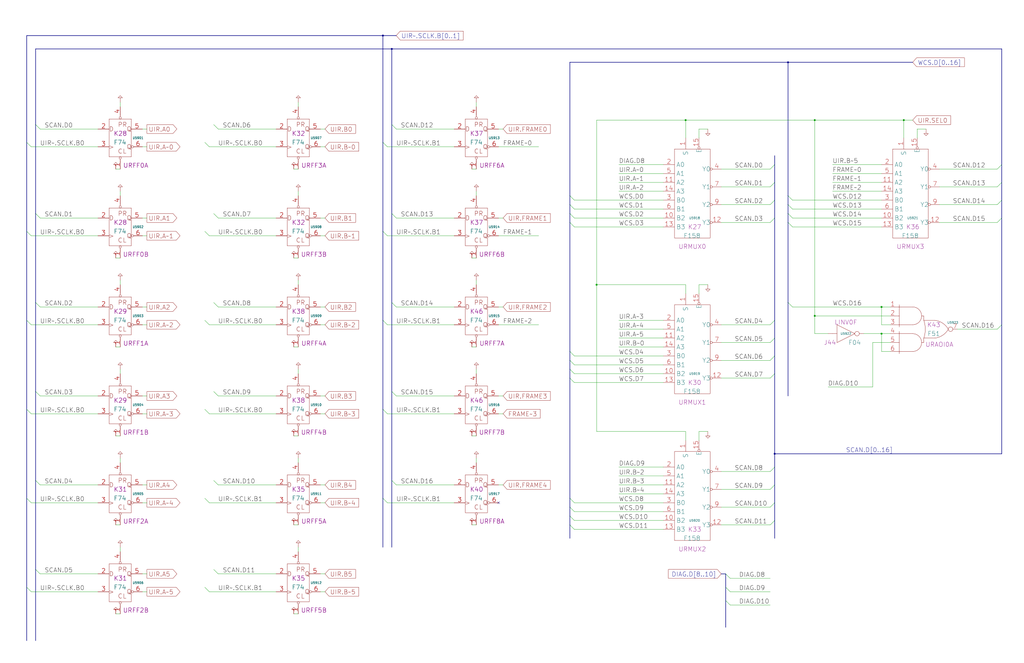
<source format=kicad_sch>
(kicad_sch (version 20211123) (generator eeschema)
  (paper "User" 584.2 378.46)
  (title_block (title "WRITABLE CONTROL STORE\\nMICRO INSTRUCTION REGISTER") (date "22-MAR-90") (rev "1.0") (comment 1 "VALUE") (comment 2 "232-003063") (comment 3 "S400") (comment 4 "RELEASED"))
  (lib_symbols
    (symbol "r1000:F04" (pin_numbers hide) (pin_names hide)
      (property "Reference" "U" (at 0 0 0))
      (property "Value" "F04" (at 1.27 -5.08 0))
      (property "Location" "___" (at -12.7 -5.08 0))
      (property "Name" "______" (at 0 5.08 0))
      (symbol "F04_0_1"
        (polyline (pts (xy -7.62 0) (xy -5.08 0)) (stroke (width 0.1524)))
        (polyline (pts (xy -5.08 5.08) (xy -5.08 -5.08)) (stroke (width 0.1524)))
        (polyline (pts (xy 5.08 0) (xy -5.08 -5.08)) (stroke (width 0.1524)))
        (polyline (pts (xy 5.08 0) (xy -5.08 5.08)) (stroke (width 0.1524)))
        (circle (center 6.35 0) (radius 1.27) (stroke (width 0.1524)))
      )
      (symbol "F04_1_1"
        (pin input line (at -10.16 0 0) (length 2.54) (name "D") (number "1"))
        (pin output line (at 10.16 0 180) (length 2.54) (name "Q") (number "2"))
      )
    )
    (symbol "r1000:F158" (pin_names (offset 1.016))
      (property "Reference" "U" (at 2.54 5.08 0))
      (property "Value" "F158" (at -3.81 -5.08 0))
      (property "Location" "___" (at -1.27 0 0))
      (property "Name" "______" (at 1.27 -12.7 0))
      (symbol "F158_1_1"
        (rectangle (start -8.89 44.45) (end 11.43 -6.35))
        (circle (center 5.08 45.085) (radius 0.635))
        (circle (center 12.065 2.54) (radius 0.635))
        (circle (center 12.065 12.7) (radius 0.635))
        (circle (center 12.065 22.86) (radius 0.635))
        (circle (center 12.065 33.02) (radius 0.635))
        (pin input line (at -2.54 50.8 270) (length 6.35) (name "S") (number "1"))
        (pin input line (at -15.24 5.08 0) (length 6.35) (name "B2") (number "10"))
        (pin input line (at -15.24 25.4 0) (length 6.35) (name "A2") (number "11"))
        (pin output line (at 17.78 2.54 180) (length 5.08) (name "Y3") (number "12"))
        (pin input line (at -15.24 0 0) (length 6.35) (name "B3") (number "13"))
        (pin input line (at -15.24 20.32 0) (length 6.35) (name "A3") (number "14"))
        (pin input line (at 5.08 50.8 270) (length 5.08) (name "E") (number "15"))
        (pin input line (at -15.24 35.56 0) (length 6.35) (name "A0") (number "2"))
        (pin input line (at -15.24 15.24 0) (length 6.35) (name "B0") (number "3"))
        (pin output line (at 17.78 33.02 180) (length 5.08) (name "Y0") (number "4"))
        (pin input line (at -15.24 30.48 0) (length 6.35) (name "A1") (number "5"))
        (pin input line (at -15.24 10.16 0) (length 6.35) (name "B1") (number "6"))
        (pin output line (at 17.78 22.86 180) (length 5.08) (name "Y1") (number "7"))
        (pin output line (at 17.78 12.7 180) (length 5.08) (name "Y2") (number "9"))
      )
    )
    (symbol "r1000:F51" (pin_names hide)
      (property "Reference" "U" (at 12.7 1.27 0))
      (property "Value" "F51" (at 1.905 -5.08 0))
      (property "Location" "___" (at 1.905 0 0))
      (property "Name" "______" (at 5.08 -12.7 0))
      (symbol "F51_0_0"
        (arc (start -10.16 -15.24) (mid -6.5679 -13.7521) (end -5.08 -10.16) (stroke (width 0.1524)))
        (arc (start -10.16 0) (mid -6.5679 1.4879) (end -5.08 5.08) (stroke (width 0.1524)))
        (arc (start -5.08 -10.16) (mid -6.5679 -6.5679) (end -10.16 -5.08) (stroke (width 0.1524)))
        (arc (start -5.08 5.08) (mid -6.5679 8.6721) (end -10.16 10.16) (stroke (width 0.1524)))
        (arc (start -3.8173 -7.62) (mid -2.9926 -2.54) (end -3.8173 2.54) (stroke (width 0.1524)))
        (polyline (pts (xy -20.32 -15.24) (xy -17.78 -15.24)) (stroke (width 0.1524)))
        (polyline (pts (xy -20.32 -10.16) (xy -17.78 -10.16)) (stroke (width 0.1524)))
        (polyline (pts (xy -20.32 -5.08) (xy -17.78 -5.08)) (stroke (width 0.1524)))
        (polyline (pts (xy -20.32 0) (xy -17.78 0)) (stroke (width 0.1524)))
        (polyline (pts (xy -20.32 5.08) (xy -17.78 5.08)) (stroke (width 0.1524)))
        (polyline (pts (xy -20.32 10.16) (xy -17.78 10.16)) (stroke (width 0.1524)))
        (polyline (pts (xy -17.78 -3.81) (xy -17.78 -16.51)) (stroke (width 0.1524)))
        (polyline (pts (xy -17.78 11.43) (xy -17.78 -1.27)) (stroke (width 0.1524)))
        (polyline (pts (xy -10.16 -15.24) (xy -17.78 -15.24)) (stroke (width 0.1524)))
        (polyline (pts (xy -10.16 -5.08) (xy -17.78 -5.08)) (stroke (width 0.1524)))
        (polyline (pts (xy -10.16 0) (xy -17.78 0)) (stroke (width 0.1524)))
        (polyline (pts (xy -10.16 10.16) (xy -17.78 10.16)) (stroke (width 0.1524)))
        (polyline (pts (xy -3.81 -7.62) (xy 2.54 -7.62)) (stroke (width 0.1524)))
        (polyline (pts (xy -3.81 2.54) (xy 2.54 2.54)) (stroke (width 0.1524)))
        (polyline (pts (xy -5.08 -10.16) (xy -3.81 -10.16) (xy -3.81 -7.62)) (stroke (width 0.1524)))
        (polyline (pts (xy -5.08 5.08) (xy -3.81 5.08) (xy -3.81 2.54)) (stroke (width 0.1524)))
        (arc (start 2.54 -7.62) (mid 6.9504 -5.9805) (end 10.16 -2.54) (stroke (width 0.1524)))
        (arc (start 10.16 -2.54) (mid 6.9516 0.9024) (end 2.54 2.54) (stroke (width 0.1524)))
        (circle (center 11.43 -2.54) (radius 1.27) (stroke (width 0.1524)))
      )
      (symbol "F51_1_1"
        (pin input line (at -22.86 10.16 0) (length 2.54) (name "A1") (number "1"))
        (pin input line (at -22.86 5.08 0) (length 2.54) (name "A2") (number "2"))
        (pin input line (at -22.86 0 0) (length 2.54) (name "A3") (number "3"))
        (pin input line (at -22.86 -5.08 0) (length 2.54) (name "B1") (number "4"))
        (pin input line (at -22.86 -10.16 0) (length 2.54) (name "B2") (number "5"))
        (pin input line (at -22.86 -15.24 0) (length 2.54) (name "B3") (number "6"))
        (pin output line (at 15.24 -2.54 180) (length 2.54) (name "Q") (number "7"))
      )
    )
    (symbol "r1000:F74" (pin_names (offset 1.016) hide)
      (property "Reference" "U" (at 12.7 -2.54 0))
      (property "Value" "F74" (at -1.27 -5.08 0))
      (property "Location" "___" (at -1.27 0 0))
      (property "Name" "______" (at 11.43 -19.685 0))
      (symbol "F74_0_1"
        (rectangle (start -3.81 8.255) (end 8.89 -13.335) (stroke (width 0.1524)))
        (polyline (pts (xy 2.54 -15.24) (xy 2.54 -14.605)) (stroke (width 0.1524)))
        (polyline (pts (xy 2.54 10.16) (xy 2.54 9.525)) (stroke (width 0.1524)))
      )
      (symbol "F74_1_1"
        (circle (center 2.54 -13.97) (radius 0.635))
        (circle (center 2.54 8.89) (radius 0.635))
        (circle (center 9.525 -7.62) (radius 0.635))
        (text ">" (at -2.54 -7.62 0) (effects (font (size 2.54 2.54))))
        (text "C" (at 2.54 -10.16 0) (effects (font (size 2.54 2.54))))
        (text "D" (at -2.54 2.54 0) (effects (font (size 2.54 2.54))))
        (text "L" (at 5.08 -10.16 0) (effects (font (size 2.54 2.54))))
        (text "P" (at 2.54 5.08 0) (effects (font (size 2.54 2.54))))
        (text "Q" (at 7.62 -7.62 0) (effects (font (size 2.54 2.54))))
        (text "Q" (at 7.62 2.54 0) (effects (font (size 2.54 2.54))))
        (text "R" (at 5.08 5.08 0) (effects (font (size 2.54 2.54))))
        (pin input line (at 2.54 -20.32 90) (length 5.08) (name "CL_") (number "1"))
        (pin input line (at -10.16 2.54 0) (length 6.35) (name "D") (number "2"))
        (pin input line (at -10.16 -7.62 0) (length 6.35) (name "CLK") (number "3"))
        (pin input line (at 2.54 15.24 270) (length 5.08) (name "PR_") (number "4"))
        (pin output line (at 15.24 2.54 180) (length 6.35) (name "Q") (number "5"))
        (pin output line (at 15.24 -7.62 180) (length 5.08) (name "Q_") (number "6"))
      )
    )
    (symbol "r1000:PD" (power) (pin_numbers hide) (pin_names hide) (in_bom no)
      (symbol "PD_0_1"
        (polyline (pts (xy 0 -2.54) (xy 1.27 -2.54) (xy 0 -3.81) (xy -1.27 -2.54) (xy 0 -2.54)) (stroke (width 0.1524)))
      )
      (symbol "PD_1_1"
        (pin power_in line (at 0 0 270) (length 2.54) (name "PD") (number "1"))
      )
    )
    (symbol "r1000:PU" (power) (pin_numbers hide) (pin_names hide)
      (symbol "PU_0_1"
        (polyline (pts (xy 0 2.54) (xy -1.27 2.54) (xy 0 3.81) (xy 1.27 2.54) (xy 0 2.54)) (stroke (width 0.1524)))
      )
      (symbol "PU_1_1"
        (pin power_in line (at 0 0 90) (length 2.54) (name "PU") (number "1"))
      )
    )
  )
  (bus (pts (xy 15.24 132.08) (xy 15.24 182.88)))
  (bus (pts (xy 15.24 182.88) (xy 15.24 233.68)))
  (bus (pts (xy 15.24 20.32) (xy 15.24 81.28)))
  (bus (pts (xy 15.24 20.32) (xy 218.44 20.32)))
  (bus (pts (xy 15.24 233.68) (xy 15.24 284.48)))
  (bus (pts (xy 15.24 284.48) (xy 15.24 335.28)))
  (bus (pts (xy 15.24 335.28) (xy 15.24 365.76)))
  (bus (pts (xy 15.24 81.28) (xy 15.24 132.08)))
  (bus (pts (xy 20.32 121.92) (xy 20.32 172.72)))
  (bus (pts (xy 20.32 172.72) (xy 20.32 223.52)))
  (bus (pts (xy 20.32 223.52) (xy 20.32 274.32)))
  (bus (pts (xy 20.32 27.94) (xy 20.32 71.12)))
  (bus (pts (xy 20.32 27.94) (xy 223.52 27.94)))
  (bus (pts (xy 20.32 274.32) (xy 20.32 325.12)))
  (bus (pts (xy 20.32 325.12) (xy 20.32 365.76)))
  (bus (pts (xy 20.32 71.12) (xy 20.32 121.92)))
  (bus (pts (xy 218.44 132.08) (xy 218.44 182.88)))
  (bus (pts (xy 218.44 182.88) (xy 218.44 233.68)))
  (bus (pts (xy 218.44 20.32) (xy 218.44 81.28)))
  (bus (pts (xy 218.44 20.32) (xy 226.06 20.32)))
  (bus (pts (xy 218.44 233.68) (xy 218.44 284.48)))
  (bus (pts (xy 218.44 284.48) (xy 218.44 312.42)))
  (bus (pts (xy 218.44 81.28) (xy 218.44 132.08)))
  (bus (pts (xy 223.52 121.92) (xy 223.52 172.72)))
  (bus (pts (xy 223.52 172.72) (xy 223.52 223.52)))
  (bus (pts (xy 223.52 223.52) (xy 223.52 274.32)))
  (bus (pts (xy 223.52 27.94) (xy 223.52 71.12)))
  (bus (pts (xy 223.52 27.94) (xy 571.5 27.94)))
  (bus (pts (xy 223.52 274.32) (xy 223.52 312.42)))
  (bus (pts (xy 223.52 71.12) (xy 223.52 121.92)))
  (bus (pts (xy 325.12 111.76) (xy 325.12 116.84)))
  (bus (pts (xy 325.12 116.84) (xy 325.12 121.92)))
  (bus (pts (xy 325.12 121.92) (xy 325.12 127)))
  (bus (pts (xy 325.12 127) (xy 325.12 200.66)))
  (bus (pts (xy 325.12 200.66) (xy 325.12 205.74)))
  (bus (pts (xy 325.12 205.74) (xy 325.12 210.82)))
  (bus (pts (xy 325.12 210.82) (xy 325.12 215.9)))
  (bus (pts (xy 325.12 215.9) (xy 325.12 284.48)))
  (bus (pts (xy 325.12 284.48) (xy 325.12 289.56)))
  (bus (pts (xy 325.12 289.56) (xy 325.12 294.64)))
  (bus (pts (xy 325.12 294.64) (xy 325.12 299.72)))
  (bus (pts (xy 325.12 299.72) (xy 325.12 307.34)))
  (bus (pts (xy 325.12 35.56) (xy 325.12 111.76)))
  (bus (pts (xy 325.12 35.56) (xy 449.58 35.56)))
  (bus (pts (xy 411.48 327.66) (xy 414.02 327.66)))
  (bus (pts (xy 414.02 327.66) (xy 414.02 335.28)))
  (bus (pts (xy 414.02 335.28) (xy 414.02 342.9)))
  (bus (pts (xy 414.02 342.9) (xy 414.02 358.14)))
  (bus (pts (xy 441.96 104.14) (xy 441.96 114.3)))
  (bus (pts (xy 441.96 114.3) (xy 441.96 124.46)))
  (bus (pts (xy 441.96 124.46) (xy 441.96 182.88)))
  (bus (pts (xy 441.96 182.88) (xy 441.96 193.04)))
  (bus (pts (xy 441.96 193.04) (xy 441.96 203.2)))
  (bus (pts (xy 441.96 203.2) (xy 441.96 213.36)))
  (bus (pts (xy 441.96 213.36) (xy 441.96 259.08)))
  (bus (pts (xy 441.96 259.08) (xy 441.96 266.7)))
  (bus (pts (xy 441.96 266.7) (xy 441.96 276.86)))
  (bus (pts (xy 441.96 276.86) (xy 441.96 287.02)))
  (bus (pts (xy 441.96 287.02) (xy 441.96 297.18)))
  (bus (pts (xy 441.96 297.18) (xy 441.96 307.34)))
  (bus (pts (xy 441.96 88.9) (xy 441.96 93.98)))
  (bus (pts (xy 441.96 93.98) (xy 441.96 104.14)))
  (bus (pts (xy 449.58 111.76) (xy 449.58 116.84)))
  (bus (pts (xy 449.58 116.84) (xy 449.58 121.92)))
  (bus (pts (xy 449.58 121.92) (xy 449.58 127)))
  (bus (pts (xy 449.58 127) (xy 449.58 172.72)))
  (bus (pts (xy 449.58 172.72) (xy 449.58 226.06)))
  (bus (pts (xy 449.58 35.56) (xy 449.58 111.76)))
  (bus (pts (xy 449.58 35.56) (xy 520.7 35.56)))
  (bus (pts (xy 571.5 104.14) (xy 571.5 114.3)))
  (bus (pts (xy 571.5 114.3) (xy 571.5 124.46)))
  (bus (pts (xy 571.5 124.46) (xy 571.5 185.42)))
  (bus (pts (xy 571.5 185.42) (xy 571.5 259.08)))
  (bus (pts (xy 571.5 259.08) (xy 441.96 259.08)))
  (bus (pts (xy 571.5 27.94) (xy 571.5 93.98)))
  (bus (pts (xy 571.5 93.98) (xy 571.5 104.14)))
  (wire (pts (xy 119.38 134.62) (xy 157.48 134.62)))
  (wire (pts (xy 119.38 185.42) (xy 157.48 185.42)))
  (wire (pts (xy 119.38 236.22) (xy 157.48 236.22)))
  (wire (pts (xy 119.38 287.02) (xy 157.48 287.02)))
  (wire (pts (xy 119.38 337.82) (xy 157.48 337.82)))
  (wire (pts (xy 119.38 83.82) (xy 157.48 83.82)))
  (wire (pts (xy 124.46 124.46) (xy 157.48 124.46)))
  (wire (pts (xy 124.46 175.26) (xy 157.48 175.26)))
  (wire (pts (xy 124.46 226.06) (xy 157.48 226.06)))
  (wire (pts (xy 124.46 276.86) (xy 157.48 276.86)))
  (wire (pts (xy 124.46 327.66) (xy 157.48 327.66)))
  (wire (pts (xy 124.46 73.66) (xy 157.48 73.66)))
  (wire (pts (xy 167.64 147.32) (xy 170.18 147.32)))
  (wire (pts (xy 167.64 198.12) (xy 170.18 198.12)))
  (wire (pts (xy 167.64 248.92) (xy 170.18 248.92)))
  (wire (pts (xy 167.64 299.72) (xy 170.18 299.72)))
  (wire (pts (xy 167.64 350.52) (xy 170.18 350.52)))
  (wire (pts (xy 167.64 96.52) (xy 170.18 96.52)))
  (wire (pts (xy 17.78 134.62) (xy 55.88 134.62)))
  (wire (pts (xy 17.78 185.42) (xy 55.88 185.42)))
  (wire (pts (xy 17.78 236.22) (xy 55.88 236.22)))
  (wire (pts (xy 17.78 287.02) (xy 55.88 287.02)))
  (wire (pts (xy 17.78 337.82) (xy 55.88 337.82)))
  (wire (pts (xy 17.78 83.82) (xy 55.88 83.82)))
  (wire (pts (xy 170.18 109.22) (xy 170.18 111.76)))
  (wire (pts (xy 170.18 160.02) (xy 170.18 162.56)))
  (wire (pts (xy 170.18 210.82) (xy 170.18 213.36)))
  (wire (pts (xy 170.18 261.62) (xy 170.18 264.16)))
  (wire (pts (xy 170.18 312.42) (xy 170.18 314.96)))
  (wire (pts (xy 170.18 58.42) (xy 170.18 60.96)))
  (wire (pts (xy 182.88 124.46) (xy 185.42 124.46)))
  (wire (pts (xy 182.88 134.62) (xy 185.42 134.62)))
  (wire (pts (xy 182.88 175.26) (xy 185.42 175.26)))
  (wire (pts (xy 182.88 185.42) (xy 185.42 185.42)))
  (wire (pts (xy 182.88 226.06) (xy 185.42 226.06)))
  (wire (pts (xy 182.88 236.22) (xy 185.42 236.22)))
  (wire (pts (xy 182.88 276.86) (xy 185.42 276.86)))
  (wire (pts (xy 182.88 287.02) (xy 185.42 287.02)))
  (wire (pts (xy 182.88 327.66) (xy 185.42 327.66)))
  (wire (pts (xy 182.88 337.82) (xy 185.42 337.82)))
  (wire (pts (xy 182.88 73.66) (xy 185.42 73.66)))
  (wire (pts (xy 182.88 83.82) (xy 185.42 83.82)))
  (wire (pts (xy 22.86 124.46) (xy 55.88 124.46)))
  (wire (pts (xy 22.86 175.26) (xy 55.88 175.26)))
  (wire (pts (xy 22.86 226.06) (xy 55.88 226.06)))
  (wire (pts (xy 22.86 276.86) (xy 55.88 276.86)))
  (wire (pts (xy 22.86 327.66) (xy 55.88 327.66)))
  (wire (pts (xy 22.86 73.66) (xy 55.88 73.66)))
  (wire (pts (xy 220.98 134.62) (xy 259.08 134.62)))
  (wire (pts (xy 220.98 185.42) (xy 259.08 185.42)))
  (wire (pts (xy 220.98 236.22) (xy 259.08 236.22)))
  (wire (pts (xy 220.98 287.02) (xy 259.08 287.02)))
  (wire (pts (xy 220.98 83.82) (xy 259.08 83.82)))
  (wire (pts (xy 226.06 124.46) (xy 259.08 124.46)))
  (wire (pts (xy 226.06 175.26) (xy 259.08 175.26)))
  (wire (pts (xy 226.06 226.06) (xy 259.08 226.06)))
  (wire (pts (xy 226.06 276.86) (xy 259.08 276.86)))
  (wire (pts (xy 226.06 73.66) (xy 259.08 73.66)))
  (wire (pts (xy 269.24 147.32) (xy 271.78 147.32)))
  (wire (pts (xy 269.24 198.12) (xy 271.78 198.12)))
  (wire (pts (xy 269.24 248.92) (xy 271.78 248.92)))
  (wire (pts (xy 269.24 299.72) (xy 271.78 299.72)))
  (wire (pts (xy 269.24 96.52) (xy 271.78 96.52)))
  (wire (pts (xy 271.78 109.22) (xy 271.78 111.76)))
  (wire (pts (xy 271.78 160.02) (xy 271.78 162.56)))
  (wire (pts (xy 271.78 210.82) (xy 271.78 213.36)))
  (wire (pts (xy 271.78 261.62) (xy 271.78 264.16)))
  (wire (pts (xy 271.78 58.42) (xy 271.78 60.96)))
  (wire (pts (xy 284.48 124.46) (xy 287.02 124.46)))
  (wire (pts (xy 284.48 134.62) (xy 307.34 134.62)))
  (wire (pts (xy 284.48 175.26) (xy 287.02 175.26)))
  (wire (pts (xy 284.48 185.42) (xy 307.34 185.42)))
  (wire (pts (xy 284.48 226.06) (xy 287.02 226.06)))
  (wire (pts (xy 284.48 236.22) (xy 287.02 236.22)))
  (wire (pts (xy 284.48 276.86) (xy 287.02 276.86)))
  (wire (pts (xy 284.48 73.66) (xy 287.02 73.66)))
  (wire (pts (xy 284.48 83.82) (xy 307.34 83.82)))
  (wire (pts (xy 327.66 114.3) (xy 378.46 114.3)))
  (wire (pts (xy 327.66 119.38) (xy 378.46 119.38)))
  (wire (pts (xy 327.66 124.46) (xy 378.46 124.46)))
  (wire (pts (xy 327.66 129.54) (xy 378.46 129.54)))
  (wire (pts (xy 327.66 203.2) (xy 378.46 203.2)))
  (wire (pts (xy 327.66 208.28) (xy 378.46 208.28)))
  (wire (pts (xy 327.66 213.36) (xy 378.46 213.36)))
  (wire (pts (xy 327.66 218.44) (xy 378.46 218.44)))
  (wire (pts (xy 327.66 287.02) (xy 378.46 287.02)))
  (wire (pts (xy 327.66 292.1) (xy 378.46 292.1)))
  (wire (pts (xy 327.66 297.18) (xy 378.46 297.18)))
  (wire (pts (xy 327.66 302.26) (xy 378.46 302.26)))
  (wire (pts (xy 340.36 162.56) (xy 340.36 68.58)))
  (wire (pts (xy 340.36 162.56) (xy 391.16 162.56)))
  (wire (pts (xy 340.36 246.38) (xy 340.36 162.56)))
  (wire (pts (xy 340.36 246.38) (xy 391.16 246.38)))
  (wire (pts (xy 340.36 68.58) (xy 391.16 68.58)))
  (wire (pts (xy 353.06 104.14) (xy 378.46 104.14)))
  (wire (pts (xy 353.06 109.22) (xy 378.46 109.22)))
  (wire (pts (xy 353.06 182.88) (xy 378.46 182.88)))
  (wire (pts (xy 353.06 187.96) (xy 378.46 187.96)))
  (wire (pts (xy 353.06 193.04) (xy 378.46 193.04)))
  (wire (pts (xy 353.06 198.12) (xy 378.46 198.12)))
  (wire (pts (xy 353.06 266.7) (xy 378.46 266.7)))
  (wire (pts (xy 353.06 271.78) (xy 378.46 271.78)))
  (wire (pts (xy 353.06 276.86) (xy 378.46 276.86)))
  (wire (pts (xy 353.06 281.94) (xy 378.46 281.94)))
  (wire (pts (xy 353.06 93.98) (xy 378.46 93.98)))
  (wire (pts (xy 353.06 99.06) (xy 378.46 99.06)))
  (wire (pts (xy 391.16 167.64) (xy 391.16 162.56)))
  (wire (pts (xy 391.16 251.46) (xy 391.16 246.38)))
  (wire (pts (xy 391.16 68.58) (xy 391.16 78.74)))
  (wire (pts (xy 391.16 68.58) (xy 464.82 68.58)))
  (wire (pts (xy 398.78 162.56) (xy 398.78 167.64)))
  (wire (pts (xy 398.78 246.38) (xy 398.78 251.46)))
  (wire (pts (xy 398.78 73.66) (xy 398.78 78.74)))
  (wire (pts (xy 403.86 162.56) (xy 398.78 162.56)))
  (wire (pts (xy 403.86 246.38) (xy 398.78 246.38)))
  (wire (pts (xy 403.86 73.66) (xy 398.78 73.66)))
  (wire (pts (xy 411.48 106.68) (xy 439.42 106.68)))
  (wire (pts (xy 411.48 116.84) (xy 439.42 116.84)))
  (wire (pts (xy 411.48 127) (xy 439.42 127)))
  (wire (pts (xy 411.48 185.42) (xy 439.42 185.42)))
  (wire (pts (xy 411.48 195.58) (xy 439.42 195.58)))
  (wire (pts (xy 411.48 205.74) (xy 439.42 205.74)))
  (wire (pts (xy 411.48 215.9) (xy 439.42 215.9)))
  (wire (pts (xy 411.48 269.24) (xy 439.42 269.24)))
  (wire (pts (xy 411.48 279.4) (xy 439.42 279.4)))
  (wire (pts (xy 411.48 289.56) (xy 439.42 289.56)))
  (wire (pts (xy 411.48 299.72) (xy 439.42 299.72)))
  (wire (pts (xy 411.48 96.52) (xy 439.42 96.52)))
  (wire (pts (xy 416.56 330.2) (xy 439.42 330.2)))
  (wire (pts (xy 416.56 337.82) (xy 439.42 337.82)))
  (wire (pts (xy 416.56 345.44) (xy 439.42 345.44)))
  (wire (pts (xy 452.12 114.3) (xy 502.92 114.3)))
  (wire (pts (xy 452.12 119.38) (xy 502.92 119.38)))
  (wire (pts (xy 452.12 124.46) (xy 502.92 124.46)))
  (wire (pts (xy 452.12 129.54) (xy 502.92 129.54)))
  (wire (pts (xy 452.12 175.26) (xy 502.92 175.26)))
  (wire (pts (xy 464.82 180.34) (xy 464.82 68.58)))
  (wire (pts (xy 464.82 180.34) (xy 508 180.34)))
  (wire (pts (xy 464.82 190.5) (xy 464.82 180.34)))
  (wire (pts (xy 464.82 68.58) (xy 515.62 68.58)))
  (wire (pts (xy 472.44 190.5) (xy 464.82 190.5)))
  (wire (pts (xy 472.44 220.98) (xy 497.84 220.98)))
  (wire (pts (xy 474.98 104.14) (xy 502.92 104.14)))
  (wire (pts (xy 474.98 109.22) (xy 502.92 109.22)))
  (wire (pts (xy 474.98 93.98) (xy 502.92 93.98)))
  (wire (pts (xy 474.98 99.06) (xy 502.92 99.06)))
  (wire (pts (xy 492.76 190.5) (xy 502.92 190.5)))
  (wire (pts (xy 497.84 195.58) (xy 508 195.58)))
  (wire (pts (xy 497.84 220.98) (xy 497.84 195.58)))
  (wire (pts (xy 502.92 175.26) (xy 508 175.26)))
  (wire (pts (xy 502.92 185.42) (xy 502.92 175.26)))
  (wire (pts (xy 502.92 190.5) (xy 508 190.5)))
  (wire (pts (xy 502.92 200.66) (xy 502.92 190.5)))
  (wire (pts (xy 508 185.42) (xy 502.92 185.42)))
  (wire (pts (xy 508 200.66) (xy 502.92 200.66)))
  (wire (pts (xy 515.62 68.58) (xy 515.62 78.74)))
  (wire (pts (xy 515.62 68.58) (xy 520.7 68.58)))
  (wire (pts (xy 523.24 73.66) (xy 523.24 78.74)))
  (wire (pts (xy 528.32 73.66) (xy 523.24 73.66)))
  (wire (pts (xy 535.94 106.68) (xy 568.96 106.68)))
  (wire (pts (xy 535.94 116.84) (xy 568.96 116.84)))
  (wire (pts (xy 535.94 127) (xy 568.96 127)))
  (wire (pts (xy 535.94 96.52) (xy 568.96 96.52)))
  (wire (pts (xy 546.1 187.96) (xy 568.96 187.96)))
  (wire (pts (xy 66.04 147.32) (xy 68.58 147.32)))
  (wire (pts (xy 66.04 198.12) (xy 68.58 198.12)))
  (wire (pts (xy 66.04 248.92) (xy 68.58 248.92)))
  (wire (pts (xy 66.04 299.72) (xy 68.58 299.72)))
  (wire (pts (xy 66.04 350.52) (xy 68.58 350.52)))
  (wire (pts (xy 66.04 96.52) (xy 68.58 96.52)))
  (wire (pts (xy 68.58 109.22) (xy 68.58 111.76)))
  (wire (pts (xy 68.58 160.02) (xy 68.58 162.56)))
  (wire (pts (xy 68.58 210.82) (xy 68.58 213.36)))
  (wire (pts (xy 68.58 261.62) (xy 68.58 264.16)))
  (wire (pts (xy 68.58 312.42) (xy 68.58 314.96)))
  (wire (pts (xy 68.58 58.42) (xy 68.58 60.96)))
  (wire (pts (xy 81.28 124.46) (xy 83.82 124.46)))
  (wire (pts (xy 81.28 134.62) (xy 83.82 134.62)))
  (wire (pts (xy 81.28 175.26) (xy 83.82 175.26)))
  (wire (pts (xy 81.28 185.42) (xy 83.82 185.42)))
  (wire (pts (xy 81.28 226.06) (xy 83.82 226.06)))
  (wire (pts (xy 81.28 236.22) (xy 83.82 236.22)))
  (wire (pts (xy 81.28 276.86) (xy 83.82 276.86)))
  (wire (pts (xy 81.28 287.02) (xy 83.82 287.02)))
  (wire (pts (xy 81.28 327.66) (xy 83.82 327.66)))
  (wire (pts (xy 81.28 337.82) (xy 83.82 337.82)))
  (wire (pts (xy 81.28 73.66) (xy 83.82 73.66)))
  (wire (pts (xy 81.28 83.82) (xy 83.82 83.82)))
  (bus_entry (at 15.24 81.28) (size 2.54 2.54))
  (bus_entry (at 15.24 132.08) (size 2.54 2.54))
  (bus_entry (at 15.24 182.88) (size 2.54 2.54))
  (bus_entry (at 15.24 233.68) (size 2.54 2.54))
  (bus_entry (at 15.24 284.48) (size 2.54 2.54))
  (bus_entry (at 15.24 335.28) (size 2.54 2.54))
  (bus_entry (at 20.32 71.12) (size 2.54 2.54))
  (bus_entry (at 20.32 121.92) (size 2.54 2.54))
  (bus_entry (at 20.32 172.72) (size 2.54 2.54))
  (bus_entry (at 20.32 223.52) (size 2.54 2.54))
  (bus_entry (at 20.32 274.32) (size 2.54 2.54))
  (bus_entry (at 20.32 325.12) (size 2.54 2.54))
  (label "UIR~.SCLK.B0" (at 22.86 83.82 0) (effects (font (size 2.54 2.54))))
  (label "UIR~.SCLK.B0" (at 22.86 134.62 0) (effects (font (size 2.54 2.54))))
  (label "UIR~.SCLK.B0" (at 22.86 185.42 0) (effects (font (size 2.54 2.54))))
  (label "UIR~.SCLK.B0" (at 22.86 236.22 0) (effects (font (size 2.54 2.54))))
  (label "UIR~.SCLK.B0" (at 22.86 287.02 0) (effects (font (size 2.54 2.54))))
  (label "UIR~.SCLK.B0" (at 22.86 337.82 0) (effects (font (size 2.54 2.54))))
  (label "SCAN.D0" (at 25.4 73.66 0) (effects (font (size 2.54 2.54))))
  (label "SCAN.D1" (at 25.4 124.46 0) (effects (font (size 2.54 2.54))))
  (label "SCAN.D2" (at 25.4 175.26 0) (effects (font (size 2.54 2.54))))
  (label "SCAN.D3" (at 25.4 226.06 0) (effects (font (size 2.54 2.54))))
  (label "SCAN.D4" (at 25.4 276.86 0) (effects (font (size 2.54 2.54))))
  (label "SCAN.D5" (at 25.4 327.66 0) (effects (font (size 2.54 2.54))))
  (symbol (lib_id "r1000:F74") (at 66.04 76.2 0) (unit 1)
    (property "Reference" "U5901" (at 78.74 78.74 0))
    (property "Value" "F74" (at 64.77 81.28 0) (effects (font (size 2.54 2.54)) (justify left)))
    (property "Location" "K28" (at 64.77 76.2 0) (effects (font (size 2.54 2.54)) (justify left)))
    (property "Name" "URFF0A" (at 77.47 95.885 0) (effects (font (size 2.54 2.54)) (justify bottom)))
  )
  (symbol (lib_id "r1000:PU") (at 66.04 96.52 0) (unit 1)
    (property "Reference" "#PWR05901" (effects hide))
    (property "Value" "PU" (effects hide))
  )
  (symbol (lib_id "r1000:F74") (at 66.04 127 0) (unit 1)
    (property "Reference" "U5902" (at 78.74 129.54 0))
    (property "Value" "F74" (at 64.77 132.08 0) (effects (font (size 2.54 2.54)) (justify left)))
    (property "Location" "K28" (at 64.77 127 0) (effects (font (size 2.54 2.54)) (justify left)))
    (property "Name" "URFF0B" (at 77.47 146.685 0) (effects (font (size 2.54 2.54)) (justify bottom)))
  )
  (symbol (lib_id "r1000:PU") (at 66.04 147.32 0) (unit 1)
    (property "Reference" "#PWR05902" (effects hide))
    (property "Value" "PU" (effects hide))
  )
  (symbol (lib_id "r1000:F74") (at 66.04 177.8 0) (unit 1)
    (property "Reference" "U5903" (at 78.74 180.34 0))
    (property "Value" "F74" (at 64.77 182.88 0) (effects (font (size 2.54 2.54)) (justify left)))
    (property "Location" "K29" (at 64.77 177.8 0) (effects (font (size 2.54 2.54)) (justify left)))
    (property "Name" "URFF1A" (at 77.47 197.485 0) (effects (font (size 2.54 2.54)) (justify bottom)))
  )
  (symbol (lib_id "r1000:PU") (at 66.04 198.12 0) (unit 1)
    (property "Reference" "#PWR05903" (effects hide))
    (property "Value" "PU" (effects hide))
  )
  (symbol (lib_id "r1000:F74") (at 66.04 228.6 0) (unit 1)
    (property "Reference" "U5904" (at 78.74 231.14 0))
    (property "Value" "F74" (at 64.77 233.68 0) (effects (font (size 2.54 2.54)) (justify left)))
    (property "Location" "K29" (at 64.77 228.6 0) (effects (font (size 2.54 2.54)) (justify left)))
    (property "Name" "URFF1B" (at 77.47 248.285 0) (effects (font (size 2.54 2.54)) (justify bottom)))
  )
  (symbol (lib_id "r1000:PU") (at 66.04 248.92 0) (unit 1)
    (property "Reference" "#PWR05904" (effects hide))
    (property "Value" "PU" (effects hide))
  )
  (symbol (lib_id "r1000:F74") (at 66.04 279.4 0) (unit 1)
    (property "Reference" "U5905" (at 78.74 281.94 0))
    (property "Value" "F74" (at 64.77 284.48 0) (effects (font (size 2.54 2.54)) (justify left)))
    (property "Location" "K31" (at 64.77 279.4 0) (effects (font (size 2.54 2.54)) (justify left)))
    (property "Name" "URFF2A" (at 77.47 299.085 0) (effects (font (size 2.54 2.54)) (justify bottom)))
  )
  (symbol (lib_id "r1000:PU") (at 66.04 299.72 0) (unit 1)
    (property "Reference" "#PWR05905" (effects hide))
    (property "Value" "PU" (effects hide))
  )
  (symbol (lib_id "r1000:F74") (at 66.04 330.2 0) (unit 1)
    (property "Reference" "U5906" (at 78.74 332.74 0))
    (property "Value" "F74" (at 64.77 335.28 0) (effects (font (size 2.54 2.54)) (justify left)))
    (property "Location" "K31" (at 64.77 330.2 0) (effects (font (size 2.54 2.54)) (justify left)))
    (property "Name" "URFF2B" (at 77.47 349.885 0) (effects (font (size 2.54 2.54)) (justify bottom)))
  )
  (symbol (lib_id "r1000:PU") (at 66.04 350.52 0) (unit 1)
    (property "Reference" "#PWR05906" (effects hide))
    (property "Value" "PU" (effects hide))
  )
  (symbol (lib_id "r1000:PU") (at 68.58 58.42 0) (unit 1)
    (property "Reference" "#PWR05907" (effects hide))
    (property "Value" "PU" (effects hide))
  )
  (symbol (lib_id "r1000:PU") (at 68.58 109.22 0) (unit 1)
    (property "Reference" "#PWR05908" (effects hide))
    (property "Value" "PU" (effects hide))
  )
  (symbol (lib_id "r1000:PU") (at 68.58 160.02 0) (unit 1)
    (property "Reference" "#PWR05909" (effects hide))
    (property "Value" "PU" (effects hide))
  )
  (symbol (lib_id "r1000:PU") (at 68.58 210.82 0) (unit 1)
    (property "Reference" "#PWR05910" (effects hide))
    (property "Value" "PU" (effects hide))
  )
  (symbol (lib_id "r1000:PU") (at 68.58 261.62 0) (unit 1)
    (property "Reference" "#PWR05911" (effects hide))
    (property "Value" "PU" (effects hide))
  )
  (symbol (lib_id "r1000:PU") (at 68.58 312.42 0) (unit 1)
    (property "Reference" "#PWR05912" (effects hide))
    (property "Value" "PU" (effects hide))
  )
  (global_label "UIR.A0" (shape output) (at 83.82 73.66 0) (effects (font (size 2.54 2.54))) (property "Intersheet References" "${INTERSHEET_REFS}" (at 100.8622 73.5013 0) (effects (font (size 2.54 2.54)) (justify left))))
  (global_label "UIR.A~0" (shape output) (at 83.82 83.82 0) (effects (font (size 2.54 2.54))) (property "Intersheet References" "${INTERSHEET_REFS}" (at 102.6765 83.6613 0) (effects (font (size 2.54 2.54)) (justify left))))
  (global_label "UIR.A1" (shape output) (at 83.82 124.46 0) (effects (font (size 2.54 2.54))) (property "Intersheet References" "${INTERSHEET_REFS}" (at 100.8622 124.3013 0) (effects (font (size 2.54 2.54)) (justify left))))
  (global_label "UIR.A~1" (shape output) (at 83.82 134.62 0) (effects (font (size 2.54 2.54))) (property "Intersheet References" "${INTERSHEET_REFS}" (at 102.6765 134.4613 0) (effects (font (size 2.54 2.54)) (justify left))))
  (global_label "UIR.A2" (shape output) (at 83.82 175.26 0) (effects (font (size 2.54 2.54))) (property "Intersheet References" "${INTERSHEET_REFS}" (at 100.8622 175.1013 0) (effects (font (size 2.54 2.54)) (justify left))))
  (global_label "UIR.A~2" (shape output) (at 83.82 185.42 0) (effects (font (size 2.54 2.54))) (property "Intersheet References" "${INTERSHEET_REFS}" (at 102.6765 185.2613 0) (effects (font (size 2.54 2.54)) (justify left))))
  (global_label "UIR.A3" (shape output) (at 83.82 226.06 0) (effects (font (size 2.54 2.54))) (property "Intersheet References" "${INTERSHEET_REFS}" (at 100.8622 225.9013 0) (effects (font (size 2.54 2.54)) (justify left))))
  (global_label "UIR.A~3" (shape output) (at 83.82 236.22 0) (effects (font (size 2.54 2.54))) (property "Intersheet References" "${INTERSHEET_REFS}" (at 102.6765 236.0613 0) (effects (font (size 2.54 2.54)) (justify left))))
  (global_label "UIR.A4" (shape output) (at 83.82 276.86 0) (effects (font (size 2.54 2.54))) (property "Intersheet References" "${INTERSHEET_REFS}" (at 100.8622 276.7013 0) (effects (font (size 2.54 2.54)) (justify left))))
  (global_label "UIR.A~4" (shape output) (at 83.82 287.02 0) (effects (font (size 2.54 2.54))) (property "Intersheet References" "${INTERSHEET_REFS}" (at 102.6765 286.8613 0) (effects (font (size 2.54 2.54)) (justify left))))
  (global_label "UIR.A5" (shape output) (at 83.82 327.66 0) (effects (font (size 2.54 2.54))) (property "Intersheet References" "${INTERSHEET_REFS}" (at 100.8622 327.5013 0) (effects (font (size 2.54 2.54)) (justify left))))
  (global_label "UIR.A~5" (shape output) (at 83.82 337.82 0) (effects (font (size 2.54 2.54))) (property "Intersheet References" "${INTERSHEET_REFS}" (at 102.6765 337.6613 0) (effects (font (size 2.54 2.54)) (justify left))))
  (bus_entry (at 116.84 81.28) (size 2.54 2.54))
  (bus_entry (at 116.84 132.08) (size 2.54 2.54))
  (bus_entry (at 116.84 182.88) (size 2.54 2.54))
  (bus_entry (at 116.84 233.68) (size 2.54 2.54))
  (bus_entry (at 116.84 284.48) (size 2.54 2.54))
  (bus_entry (at 116.84 335.28) (size 2.54 2.54))
  (bus_entry (at 121.92 71.12) (size 2.54 2.54))
  (bus_entry (at 121.92 121.92) (size 2.54 2.54))
  (bus_entry (at 121.92 172.72) (size 2.54 2.54))
  (bus_entry (at 121.92 223.52) (size 2.54 2.54))
  (bus_entry (at 121.92 274.32) (size 2.54 2.54))
  (bus_entry (at 121.92 325.12) (size 2.54 2.54))
  (label "UIR~.SCLK.B0" (at 124.46 83.82 0) (effects (font (size 2.54 2.54))))
  (label "UIR~.SCLK.B0" (at 124.46 134.62 0) (effects (font (size 2.54 2.54))))
  (label "UIR~.SCLK.B0" (at 124.46 185.42 0) (effects (font (size 2.54 2.54))))
  (label "UIR~.SCLK.B0" (at 124.46 236.22 0) (effects (font (size 2.54 2.54))))
  (label "UIR~.SCLK.B1" (at 124.46 287.02 0) (effects (font (size 2.54 2.54))))
  (label "UIR~.SCLK.B1" (at 124.46 337.82 0) (effects (font (size 2.54 2.54))))
  (label "SCAN.D6" (at 127 73.66 0) (effects (font (size 2.54 2.54))))
  (label "SCAN.D7" (at 127 124.46 0) (effects (font (size 2.54 2.54))))
  (label "SCAN.D8" (at 127 175.26 0) (effects (font (size 2.54 2.54))))
  (label "SCAN.D9" (at 127 226.06 0) (effects (font (size 2.54 2.54))))
  (label "SCAN.D10" (at 127 276.86 0) (effects (font (size 2.54 2.54))))
  (label "SCAN.D11" (at 127 327.66 0) (effects (font (size 2.54 2.54))))
  (symbol (lib_id "r1000:F74") (at 167.64 76.2 0) (unit 1)
    (property "Reference" "U5907" (at 180.34 78.74 0))
    (property "Value" "F74" (at 166.37 81.28 0) (effects (font (size 2.54 2.54)) (justify left)))
    (property "Location" "K32" (at 166.37 76.2 0) (effects (font (size 2.54 2.54)) (justify left)))
    (property "Name" "URFF3A" (at 179.07 95.885 0) (effects (font (size 2.54 2.54)) (justify bottom)))
  )
  (symbol (lib_id "r1000:PU") (at 167.64 96.52 0) (unit 1)
    (property "Reference" "#PWR05913" (effects hide))
    (property "Value" "PU" (effects hide))
  )
  (symbol (lib_id "r1000:F74") (at 167.64 127 0) (unit 1)
    (property "Reference" "U5908" (at 180.34 129.54 0))
    (property "Value" "F74" (at 166.37 132.08 0) (effects (font (size 2.54 2.54)) (justify left)))
    (property "Location" "K32" (at 166.37 127 0) (effects (font (size 2.54 2.54)) (justify left)))
    (property "Name" "URFF3B" (at 179.07 146.685 0) (effects (font (size 2.54 2.54)) (justify bottom)))
  )
  (symbol (lib_id "r1000:PU") (at 167.64 147.32 0) (unit 1)
    (property "Reference" "#PWR05914" (effects hide))
    (property "Value" "PU" (effects hide))
  )
  (symbol (lib_id "r1000:F74") (at 167.64 177.8 0) (unit 1)
    (property "Reference" "U5909" (at 180.34 180.34 0))
    (property "Value" "F74" (at 166.37 182.88 0) (effects (font (size 2.54 2.54)) (justify left)))
    (property "Location" "K38" (at 166.37 177.8 0) (effects (font (size 2.54 2.54)) (justify left)))
    (property "Name" "URFF4A" (at 179.07 197.485 0) (effects (font (size 2.54 2.54)) (justify bottom)))
  )
  (symbol (lib_id "r1000:PU") (at 167.64 198.12 0) (unit 1)
    (property "Reference" "#PWR05915" (effects hide))
    (property "Value" "PU" (effects hide))
  )
  (symbol (lib_id "r1000:F74") (at 167.64 228.6 0) (unit 1)
    (property "Reference" "U5910" (at 180.34 231.14 0))
    (property "Value" "F74" (at 166.37 233.68 0) (effects (font (size 2.54 2.54)) (justify left)))
    (property "Location" "K38" (at 166.37 228.6 0) (effects (font (size 2.54 2.54)) (justify left)))
    (property "Name" "URFF4B" (at 179.07 248.285 0) (effects (font (size 2.54 2.54)) (justify bottom)))
  )
  (symbol (lib_id "r1000:PU") (at 167.64 248.92 0) (unit 1)
    (property "Reference" "#PWR05916" (effects hide))
    (property "Value" "PU" (effects hide))
  )
  (symbol (lib_id "r1000:F74") (at 167.64 279.4 0) (unit 1)
    (property "Reference" "U5911" (at 180.34 281.94 0))
    (property "Value" "F74" (at 166.37 284.48 0) (effects (font (size 2.54 2.54)) (justify left)))
    (property "Location" "K35" (at 166.37 279.4 0) (effects (font (size 2.54 2.54)) (justify left)))
    (property "Name" "URFF5A" (at 179.07 299.085 0) (effects (font (size 2.54 2.54)) (justify bottom)))
  )
  (symbol (lib_id "r1000:PU") (at 167.64 299.72 0) (unit 1)
    (property "Reference" "#PWR05917" (effects hide))
    (property "Value" "PU" (effects hide))
  )
  (symbol (lib_id "r1000:F74") (at 167.64 330.2 0) (unit 1)
    (property "Reference" "U5912" (at 180.34 332.74 0))
    (property "Value" "F74" (at 166.37 335.28 0) (effects (font (size 2.54 2.54)) (justify left)))
    (property "Location" "K35" (at 166.37 330.2 0) (effects (font (size 2.54 2.54)) (justify left)))
    (property "Name" "URFF5B" (at 179.07 349.885 0) (effects (font (size 2.54 2.54)) (justify bottom)))
  )
  (symbol (lib_id "r1000:PU") (at 167.64 350.52 0) (unit 1)
    (property "Reference" "#PWR05918" (effects hide))
    (property "Value" "PU" (effects hide))
  )
  (symbol (lib_id "r1000:PU") (at 170.18 58.42 0) (unit 1)
    (property "Reference" "#PWR05919" (effects hide))
    (property "Value" "PU" (effects hide))
  )
  (symbol (lib_id "r1000:PU") (at 170.18 109.22 0) (unit 1)
    (property "Reference" "#PWR05920" (effects hide))
    (property "Value" "PU" (effects hide))
  )
  (symbol (lib_id "r1000:PU") (at 170.18 160.02 0) (unit 1)
    (property "Reference" "#PWR05921" (effects hide))
    (property "Value" "PU" (effects hide))
  )
  (symbol (lib_id "r1000:PU") (at 170.18 210.82 0) (unit 1)
    (property "Reference" "#PWR05922" (effects hide))
    (property "Value" "PU" (effects hide))
  )
  (symbol (lib_id "r1000:PU") (at 170.18 261.62 0) (unit 1)
    (property "Reference" "#PWR05923" (effects hide))
    (property "Value" "PU" (effects hide))
  )
  (symbol (lib_id "r1000:PU") (at 170.18 312.42 0) (unit 1)
    (property "Reference" "#PWR05924" (effects hide))
    (property "Value" "PU" (effects hide))
  )
  (global_label "UIR.B0" (shape input) (at 185.42 73.66 0) (effects (font (size 2.54 2.54))) (property "Intersheet References" "${INTERSHEET_REFS}" (at 202.825 73.5013 0) (effects (font (size 2.54 2.54)) (justify left))))
  (global_label "UIR.B~0" (shape input) (at 185.42 83.82 0) (effects (font (size 2.54 2.54))) (property "Intersheet References" "${INTERSHEET_REFS}" (at 204.6393 83.6613 0) (effects (font (size 2.54 2.54)) (justify left))))
  (global_label "UIR.B1" (shape input) (at 185.42 124.46 0) (effects (font (size 2.54 2.54))) (property "Intersheet References" "${INTERSHEET_REFS}" (at 202.825 124.3013 0) (effects (font (size 2.54 2.54)) (justify left))))
  (global_label "UIR.B~1" (shape input) (at 185.42 134.62 0) (effects (font (size 2.54 2.54))) (property "Intersheet References" "${INTERSHEET_REFS}" (at 204.6393 134.4613 0) (effects (font (size 2.54 2.54)) (justify left))))
  (global_label "UIR.B2" (shape input) (at 185.42 175.26 0) (effects (font (size 2.54 2.54))) (property "Intersheet References" "${INTERSHEET_REFS}" (at 202.825 175.1013 0) (effects (font (size 2.54 2.54)) (justify left))))
  (global_label "UIR.B~2" (shape input) (at 185.42 185.42 0) (effects (font (size 2.54 2.54))) (property "Intersheet References" "${INTERSHEET_REFS}" (at 204.6393 185.2613 0) (effects (font (size 2.54 2.54)) (justify left))))
  (global_label "UIR.B3" (shape input) (at 185.42 226.06 0) (effects (font (size 2.54 2.54))) (property "Intersheet References" "${INTERSHEET_REFS}" (at 202.825 225.9013 0) (effects (font (size 2.54 2.54)) (justify left))))
  (global_label "UIR.B~3" (shape input) (at 185.42 236.22 0) (effects (font (size 2.54 2.54))) (property "Intersheet References" "${INTERSHEET_REFS}" (at 204.6393 236.0613 0) (effects (font (size 2.54 2.54)) (justify left))))
  (global_label "UIR.B4" (shape input) (at 185.42 276.86 0) (effects (font (size 2.54 2.54))) (property "Intersheet References" "${INTERSHEET_REFS}" (at 202.825 276.7013 0) (effects (font (size 2.54 2.54)) (justify left))))
  (global_label "UIR.B~4" (shape input) (at 185.42 287.02 0) (effects (font (size 2.54 2.54))) (property "Intersheet References" "${INTERSHEET_REFS}" (at 204.6393 286.8613 0) (effects (font (size 2.54 2.54)) (justify left))))
  (global_label "UIR.B5" (shape input) (at 185.42 327.66 0) (effects (font (size 2.54 2.54))) (property "Intersheet References" "${INTERSHEET_REFS}" (at 202.825 327.5013 0) (effects (font (size 2.54 2.54)) (justify left))))
  (global_label "UIR.B~5" (shape input) (at 185.42 337.82 0) (effects (font (size 2.54 2.54))) (property "Intersheet References" "${INTERSHEET_REFS}" (at 204.6393 337.6613 0) (effects (font (size 2.54 2.54)) (justify left))))
  (junction (at 218.44 20.32))
  (bus_entry (at 218.44 81.28) (size 2.54 2.54))
  (bus_entry (at 218.44 132.08) (size 2.54 2.54))
  (bus_entry (at 218.44 182.88) (size 2.54 2.54))
  (bus_entry (at 218.44 233.68) (size 2.54 2.54))
  (bus_entry (at 218.44 284.48) (size 2.54 2.54))
  (junction (at 223.52 27.94))
  (bus_entry (at 223.52 71.12) (size 2.54 2.54))
  (bus_entry (at 223.52 121.92) (size 2.54 2.54))
  (bus_entry (at 223.52 172.72) (size 2.54 2.54))
  (bus_entry (at 223.52 223.52) (size 2.54 2.54))
  (bus_entry (at 223.52 274.32) (size 2.54 2.54))
  (global_label "UIR~.SCLK.B[0..1]" (shape input) (at 226.06 20.32 0) (effects (font (size 2.54 2.54))) (property "Intersheet References" "${INTERSHEET_REFS}" (at 264.2689 20.1613 0) (effects (font (size 2.54 2.54)) (justify left))))
  (label "UIR~.SCLK.B1" (at 226.06 83.82 0) (effects (font (size 2.54 2.54))))
  (label "UIR~.SCLK.B1" (at 226.06 134.62 0) (effects (font (size 2.54 2.54))))
  (label "UIR~.SCLK.B1" (at 226.06 185.42 0) (effects (font (size 2.54 2.54))))
  (label "UIR~.SCLK.B1" (at 226.06 236.22 0) (effects (font (size 2.54 2.54))))
  (label "UIR~.SCLK.B1" (at 226.06 287.02 0) (effects (font (size 2.54 2.54))))
  (label "SCAN.D12" (at 228.6 73.66 0) (effects (font (size 2.54 2.54))))
  (label "SCAN.D13" (at 228.6 124.46 0) (effects (font (size 2.54 2.54))))
  (label "SCAN.D14" (at 228.6 175.26 0) (effects (font (size 2.54 2.54))))
  (label "SCAN.D15" (at 228.6 226.06 0) (effects (font (size 2.54 2.54))))
  (label "SCAN.D16" (at 228.6 276.86 0) (effects (font (size 2.54 2.54))))
  (symbol (lib_id "r1000:F74") (at 269.24 76.2 0) (unit 1)
    (property "Reference" "U5913" (at 281.94 78.74 0))
    (property "Value" "F74" (at 267.97 81.28 0) (effects (font (size 2.54 2.54)) (justify left)))
    (property "Location" "K37" (at 267.97 76.2 0) (effects (font (size 2.54 2.54)) (justify left)))
    (property "Name" "URFF6A" (at 280.67 95.885 0) (effects (font (size 2.54 2.54)) (justify bottom)))
  )
  (symbol (lib_id "r1000:PU") (at 269.24 96.52 0) (unit 1)
    (property "Reference" "#PWR05925" (effects hide))
    (property "Value" "PU" (effects hide))
  )
  (symbol (lib_id "r1000:F74") (at 269.24 127 0) (unit 1)
    (property "Reference" "U5914" (at 281.94 129.54 0))
    (property "Value" "F74" (at 267.97 132.08 0) (effects (font (size 2.54 2.54)) (justify left)))
    (property "Location" "K37" (at 267.97 127 0) (effects (font (size 2.54 2.54)) (justify left)))
    (property "Name" "URFF6B" (at 280.67 146.685 0) (effects (font (size 2.54 2.54)) (justify bottom)))
  )
  (symbol (lib_id "r1000:PU") (at 269.24 147.32 0) (unit 1)
    (property "Reference" "#PWR05926" (effects hide))
    (property "Value" "PU" (effects hide))
  )
  (symbol (lib_id "r1000:F74") (at 269.24 177.8 0) (unit 1)
    (property "Reference" "U5915" (at 281.94 180.34 0))
    (property "Value" "F74" (at 267.97 182.88 0) (effects (font (size 2.54 2.54)) (justify left)))
    (property "Location" "K46" (at 267.97 177.8 0) (effects (font (size 2.54 2.54)) (justify left)))
    (property "Name" "URFF7A" (at 280.67 197.485 0) (effects (font (size 2.54 2.54)) (justify bottom)))
  )
  (symbol (lib_id "r1000:PU") (at 269.24 198.12 0) (unit 1)
    (property "Reference" "#PWR05927" (effects hide))
    (property "Value" "PU" (effects hide))
  )
  (symbol (lib_id "r1000:F74") (at 269.24 228.6 0) (unit 1)
    (property "Reference" "U5916" (at 281.94 231.14 0))
    (property "Value" "F74" (at 267.97 233.68 0) (effects (font (size 2.54 2.54)) (justify left)))
    (property "Location" "K46" (at 267.97 228.6 0) (effects (font (size 2.54 2.54)) (justify left)))
    (property "Name" "URFF7B" (at 280.67 248.285 0) (effects (font (size 2.54 2.54)) (justify bottom)))
  )
  (symbol (lib_id "r1000:PU") (at 269.24 248.92 0) (unit 1)
    (property "Reference" "#PWR05928" (effects hide))
    (property "Value" "PU" (effects hide))
  )
  (symbol (lib_id "r1000:F74") (at 269.24 279.4 0) (unit 1)
    (property "Reference" "U5917" (at 281.94 281.94 0))
    (property "Value" "F74" (at 267.97 284.48 0) (effects (font (size 2.54 2.54)) (justify left)))
    (property "Location" "K40" (at 267.97 279.4 0) (effects (font (size 2.54 2.54)) (justify left)))
    (property "Name" "URFF8A" (at 280.67 299.085 0) (effects (font (size 2.54 2.54)) (justify bottom)))
  )
  (symbol (lib_id "r1000:PU") (at 269.24 299.72 0) (unit 1)
    (property "Reference" "#PWR05929" (effects hide))
    (property "Value" "PU" (effects hide))
  )
  (symbol (lib_id "r1000:PU") (at 271.78 58.42 0) (unit 1)
    (property "Reference" "#PWR05930" (effects hide))
    (property "Value" "PU" (effects hide))
  )
  (symbol (lib_id "r1000:PU") (at 271.78 109.22 0) (unit 1)
    (property "Reference" "#PWR05931" (effects hide))
    (property "Value" "PU" (effects hide))
  )
  (symbol (lib_id "r1000:PU") (at 271.78 160.02 0) (unit 1)
    (property "Reference" "#PWR05932" (effects hide))
    (property "Value" "PU" (effects hide))
  )
  (symbol (lib_id "r1000:PU") (at 271.78 210.82 0) (unit 1)
    (property "Reference" "#PWR05933" (effects hide))
    (property "Value" "PU" (effects hide))
  )
  (symbol (lib_id "r1000:PU") (at 271.78 261.62 0) (unit 1)
    (property "Reference" "#PWR05934" (effects hide))
    (property "Value" "PU" (effects hide))
  )
  (no_connect (at 284.48 287.02))
  (global_label "UIR.FRAME0" (shape input) (at 287.02 73.66 0) (effects (font (size 2.54 2.54))) (property "Intersheet References" "${INTERSHEET_REFS}" (at 313.9803 73.5013 0) (effects (font (size 2.54 2.54)) (justify left))))
  (label "FRAME~0" (at 287.02 83.82 0) (effects (font (size 2.54 2.54))))
  (global_label "UIR.FRAME1" (shape input) (at 287.02 124.46 0) (effects (font (size 2.54 2.54))) (property "Intersheet References" "${INTERSHEET_REFS}" (at 313.9803 124.3013 0) (effects (font (size 2.54 2.54)) (justify left))))
  (label "FRAME~1" (at 287.02 134.62 0) (effects (font (size 2.54 2.54))))
  (global_label "UIR.FRAME2" (shape input) (at 287.02 175.26 0) (effects (font (size 2.54 2.54))) (property "Intersheet References" "${INTERSHEET_REFS}" (at 313.9803 175.1013 0) (effects (font (size 2.54 2.54)) (justify left))))
  (label "FRAME~2" (at 287.02 185.42 0) (effects (font (size 2.54 2.54))))
  (global_label "UIR.FRAME3" (shape input) (at 287.02 226.06 0) (effects (font (size 2.54 2.54))) (property "Intersheet References" "${INTERSHEET_REFS}" (at 313.9803 225.9013 0) (effects (font (size 2.54 2.54)) (justify left))))
  (global_label "FRAME~3" (shape input) (at 287.02 236.22 0) (effects (font (size 2.54 2.54))) (property "Intersheet References" "${INTERSHEET_REFS}" (at 308.1746 236.0613 0) (effects (font (size 2.54 2.54)) (justify left))))
  (global_label "UIR.FRAME4" (shape input) (at 287.02 276.86 0) (effects (font (size 2.54 2.54))) (property "Intersheet References" "${INTERSHEET_REFS}" (at 313.9803 276.7013 0) (effects (font (size 2.54 2.54)) (justify left))))
  (bus_entry (at 325.12 111.76) (size 2.54 2.54))
  (bus_entry (at 325.12 116.84) (size 2.54 2.54))
  (bus_entry (at 325.12 121.92) (size 2.54 2.54))
  (bus_entry (at 325.12 127) (size 2.54 2.54))
  (bus_entry (at 325.12 200.66) (size 2.54 2.54))
  (bus_entry (at 325.12 205.74) (size 2.54 2.54))
  (bus_entry (at 325.12 210.82) (size 2.54 2.54))
  (bus_entry (at 325.12 215.9) (size 2.54 2.54))
  (bus_entry (at 325.12 284.48) (size 2.54 2.54))
  (bus_entry (at 325.12 289.56) (size 2.54 2.54))
  (bus_entry (at 325.12 294.64) (size 2.54 2.54))
  (bus_entry (at 325.12 299.72) (size 2.54 2.54))
  (junction (at 340.36 162.56))
  (label "DIAG.D8" (at 353.06 93.98 0) (effects (font (size 2.54 2.54))))
  (label "UIR.A~0" (at 353.06 99.06 0) (effects (font (size 2.54 2.54))))
  (label "UIR.A~1" (at 353.06 104.14 0) (effects (font (size 2.54 2.54))))
  (label "UIR.A~2" (at 353.06 109.22 0) (effects (font (size 2.54 2.54))))
  (label "WCS.D0" (at 353.06 114.3 0) (effects (font (size 2.54 2.54))))
  (label "WCS.D1" (at 353.06 119.38 0) (effects (font (size 2.54 2.54))))
  (label "WCS.D2" (at 353.06 124.46 0) (effects (font (size 2.54 2.54))))
  (label "WCS.D3" (at 353.06 129.54 0) (effects (font (size 2.54 2.54))))
  (label "UIR.A~3" (at 353.06 182.88 0) (effects (font (size 2.54 2.54))))
  (label "UIR.A~4" (at 353.06 187.96 0) (effects (font (size 2.54 2.54))))
  (label "UIR.A~5" (at 353.06 193.04 0) (effects (font (size 2.54 2.54))))
  (label "UIR.B~0" (at 353.06 198.12 0) (effects (font (size 2.54 2.54))))
  (label "WCS.D4" (at 353.06 203.2 0) (effects (font (size 2.54 2.54))))
  (label "WCS.D5" (at 353.06 208.28 0) (effects (font (size 2.54 2.54))))
  (label "WCS.D6" (at 353.06 213.36 0) (effects (font (size 2.54 2.54))))
  (label "WCS.D7" (at 353.06 218.44 0) (effects (font (size 2.54 2.54))))
  (label "DIAG.D9" (at 353.06 266.7 0) (effects (font (size 2.54 2.54))))
  (label "UIR.B~2" (at 353.06 271.78 0) (effects (font (size 2.54 2.54))))
  (label "UIR.B~3" (at 353.06 276.86 0) (effects (font (size 2.54 2.54))))
  (label "UIR.B~4" (at 353.06 281.94 0) (effects (font (size 2.54 2.54))))
  (label "WCS.D8" (at 353.06 287.02 0) (effects (font (size 2.54 2.54))))
  (label "WCS.D9" (at 353.06 292.1 0) (effects (font (size 2.54 2.54))))
  (label "WCS.D10" (at 353.06 297.18 0) (effects (font (size 2.54 2.54))))
  (label "WCS.D11" (at 353.06 302.26 0) (effects (font (size 2.54 2.54))))
  (junction (at 391.16 68.58))
  (symbol (lib_id "r1000:F158") (at 393.7 129.54 0) (unit 1)
    (property "Reference" "U5918" (at 396.24 124.46 0))
    (property "Value" "F158" (at 389.89 134.62 0) (effects (font (size 2.54 2.54)) (justify left)))
    (property "Location" "K27" (at 392.43 129.54 0) (effects (font (size 2.54 2.54)) (justify left)))
    (property "Name" "URMUX0" (at 394.97 142.24 0) (effects (font (size 2.54 2.54)) (justify bottom)))
  )
  (symbol (lib_id "r1000:F158") (at 393.7 218.44 0) (unit 1)
    (property "Reference" "U5919" (at 396.24 213.36 0))
    (property "Value" "F158" (at 389.89 223.52 0) (effects (font (size 2.54 2.54)) (justify left)))
    (property "Location" "K30" (at 392.43 218.44 0) (effects (font (size 2.54 2.54)) (justify left)))
    (property "Name" "URMUX1" (at 394.97 231.14 0) (effects (font (size 2.54 2.54)) (justify bottom)))
  )
  (symbol (lib_id "r1000:F158") (at 393.7 302.26 0) (unit 1)
    (property "Reference" "U5920" (at 396.24 297.18 0))
    (property "Value" "F158" (at 389.89 307.34 0) (effects (font (size 2.54 2.54)) (justify left)))
    (property "Location" "K33" (at 392.43 302.26 0) (effects (font (size 2.54 2.54)) (justify left)))
    (property "Name" "URMUX2" (at 394.97 314.96 0) (effects (font (size 2.54 2.54)) (justify bottom)))
  )
  (symbol (lib_id "r1000:PD") (at 403.86 73.66 0) (unit 1) (in_bom no)
    (property "Reference" "#PWR05935" (effects hide))
    (property "Value" "PD" (effects hide))
  )
  (symbol (lib_id "r1000:PD") (at 403.86 162.56 0) (unit 1) (in_bom no)
    (property "Reference" "#PWR05936" (effects hide))
    (property "Value" "PD" (effects hide))
  )
  (symbol (lib_id "r1000:PD") (at 403.86 246.38 0) (unit 1) (in_bom no)
    (property "Reference" "#PWR05937" (effects hide))
    (property "Value" "PD" (effects hide))
  )
  (global_label "DIAG.D[8..10]" (shape input) (at 411.48 327.66 180) (effects (font (size 2.54 2.54))) (property "Intersheet References" "${INTERSHEET_REFS}" (at 381.375 327.5013 0) (effects (font (size 2.54 2.54)) (justify right))))
  (bus_entry (at 414.02 327.66) (size 2.54 2.54))
  (bus_entry (at 414.02 335.28) (size 2.54 2.54))
  (bus_entry (at 414.02 342.9) (size 2.54 2.54))
  (label "SCAN.D0" (at 419.1 96.52 0) (effects (font (size 2.54 2.54))))
  (label "SCAN.D1" (at 419.1 106.68 0) (effects (font (size 2.54 2.54))))
  (label "SCAN.D2" (at 419.1 116.84 0) (effects (font (size 2.54 2.54))))
  (label "SCAN.D3" (at 419.1 127 0) (effects (font (size 2.54 2.54))))
  (label "SCAN.D4" (at 419.1 185.42 0) (effects (font (size 2.54 2.54))))
  (label "SCAN.D5" (at 419.1 195.58 0) (effects (font (size 2.54 2.54))))
  (label "SCAN.D6" (at 419.1 205.74 0) (effects (font (size 2.54 2.54))))
  (label "SCAN.D7" (at 419.1 215.9 0) (effects (font (size 2.54 2.54))))
  (label "SCAN.D8" (at 419.1 269.24 0) (effects (font (size 2.54 2.54))))
  (label "SCAN.D9" (at 419.1 279.4 0) (effects (font (size 2.54 2.54))))
  (label "SCAN.D10" (at 419.1 289.56 0) (effects (font (size 2.54 2.54))))
  (label "SCAN.D11" (at 419.1 299.72 0) (effects (font (size 2.54 2.54))))
  (label "DIAG.D8" (at 421.64 330.2 0) (effects (font (size 2.54 2.54))))
  (label "DIAG.D9" (at 421.64 337.82 0) (effects (font (size 2.54 2.54))))
  (label "DIAG.D10" (at 421.64 345.44 0) (effects (font (size 2.54 2.54))))
  (bus_entry (at 441.96 93.98) (size -2.54 2.54))
  (bus_entry (at 441.96 104.14) (size -2.54 2.54))
  (bus_entry (at 441.96 114.3) (size -2.54 2.54))
  (bus_entry (at 441.96 124.46) (size -2.54 2.54))
  (bus_entry (at 441.96 182.88) (size -2.54 2.54))
  (bus_entry (at 441.96 193.04) (size -2.54 2.54))
  (bus_entry (at 441.96 203.2) (size -2.54 2.54))
  (bus_entry (at 441.96 213.36) (size -2.54 2.54))
  (junction (at 441.96 259.08))
  (bus_entry (at 441.96 266.7) (size -2.54 2.54))
  (bus_entry (at 441.96 276.86) (size -2.54 2.54))
  (bus_entry (at 441.96 287.02) (size -2.54 2.54))
  (bus_entry (at 441.96 297.18) (size -2.54 2.54))
  (junction (at 449.58 35.56))
  (bus_entry (at 449.58 111.76) (size 2.54 2.54))
  (bus_entry (at 449.58 116.84) (size 2.54 2.54))
  (bus_entry (at 449.58 121.92) (size 2.54 2.54))
  (bus_entry (at 449.58 127) (size 2.54 2.54))
  (bus_entry (at 449.58 172.72) (size 2.54 2.54))
  (junction (at 464.82 68.58))
  (junction (at 464.82 180.34))
  (label "DIAG.D10" (at 472.44 220.98 0) (effects (font (size 2.54 2.54))))
  (label "UIR.B~5" (at 474.98 93.98 0) (effects (font (size 2.54 2.54))))
  (label "FRAME~0" (at 474.98 99.06 0) (effects (font (size 2.54 2.54))))
  (label "FRAME~1" (at 474.98 104.14 0) (effects (font (size 2.54 2.54))))
  (label "FRAME~2" (at 474.98 109.22 0) (effects (font (size 2.54 2.54))))
  (label "WCS.D12" (at 474.98 114.3 0) (effects (font (size 2.54 2.54))))
  (label "WCS.D13" (at 474.98 119.38 0) (effects (font (size 2.54 2.54))))
  (label "WCS.D14" (at 474.98 124.46 0) (effects (font (size 2.54 2.54))))
  (label "WCS.D15" (at 474.98 129.54 0) (effects (font (size 2.54 2.54))))
  (label "WCS.D16" (at 474.98 175.26 0) (effects (font (size 2.54 2.54))))
  (symbol (lib_id "r1000:F04") (at 482.6 190.5 0) (unit 1)
    (property "Reference" "U5922" (at 482.6 190.5 0))
    (property "Value" "F04" (at 483.87 195.58 0) (effects (font (size 2.54 2.54)) (justify left)))
    (property "Location" "J44" (at 469.9 195.58 0) (effects (font (size 2.54 2.54)) (justify left)))
    (property "Name" "LINV0F" (at 482.6 185.42 0) (effects (font (size 2.54 2.54)) (justify bottom)))
  )
  (label "SCAN.D[0..16]" (at 482.6 259.08 0) (effects (font (size 2.54 2.54))))
  (junction (at 502.92 175.26))
  (junction (at 502.92 190.5))
  (junction (at 515.62 68.58))
  (symbol (lib_id "r1000:F158") (at 518.16 129.54 0) (unit 1)
    (property "Reference" "U5921" (at 520.7 124.46 0))
    (property "Value" "F158" (at 514.35 134.62 0) (effects (font (size 2.54 2.54)) (justify left)))
    (property "Location" "K36" (at 516.89 129.54 0) (effects (font (size 2.54 2.54)) (justify left)))
    (property "Name" "URMUX3" (at 519.43 142.24 0) (effects (font (size 2.54 2.54)) (justify bottom)))
  )
  (global_label "WCS.D[0..16]" (shape input) (at 520.7 35.56 0) (effects (font (size 2.54 2.54))) (property "Intersheet References" "${INTERSHEET_REFS}" (at 550.2003 35.4013 0) (effects (font (size 2.54 2.54)) (justify left))))
  (global_label "UIR.SEL0" (shape input) (at 520.7 68.58 0) (effects (font (size 2.54 2.54))) (property "Intersheet References" "${INTERSHEET_REFS}" (at 542.3384 68.4213 0) (effects (font (size 2.54 2.54)) (justify left))))
  (symbol (lib_id "r1000:PD") (at 528.32 73.66 0) (unit 1) (in_bom no)
    (property "Reference" "#PWR05938" (effects hide))
    (property "Value" "PD" (effects hide))
  )
  (symbol (lib_id "r1000:F51") (at 530.86 185.42 0) (unit 1)
    (property "Reference" "U5923" (at 543.56 184.15 0))
    (property "Value" "F51" (at 532.765 190.5 0) (effects (font (size 2.54 2.54))))
    (property "Location" "K43" (at 532.765 185.42 0) (effects (font (size 2.54 2.54))))
    (property "Name" "URAOI0A" (at 535.94 198.12 0) (effects (font (size 2.54 2.54)) (justify bottom)))
  )
  (label "SCAN.D12" (at 543.56 96.52 0) (effects (font (size 2.54 2.54))))
  (label "SCAN.D13" (at 543.56 106.68 0) (effects (font (size 2.54 2.54))))
  (label "SCAN.D14" (at 543.56 116.84 0) (effects (font (size 2.54 2.54))))
  (label "SCAN.D15" (at 543.56 127 0) (effects (font (size 2.54 2.54))))
  (label "SCAN.D16" (at 548.64 187.96 0) (effects (font (size 2.54 2.54))))
  (bus_entry (at 571.5 93.98) (size -2.54 2.54))
  (bus_entry (at 571.5 104.14) (size -2.54 2.54))
  (bus_entry (at 571.5 114.3) (size -2.54 2.54))
  (bus_entry (at 571.5 124.46) (size -2.54 2.54))
  (bus_entry (at 571.5 185.42) (size -2.54 2.54))
)
</source>
